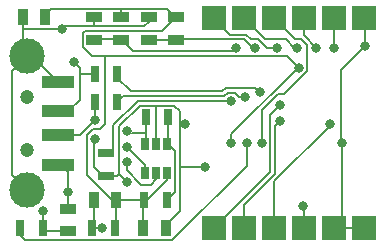
<source format=gbr>
%FSLAX43Y43*%
%MOMM*%
G71*
G01*
G75*
G04 Layer_Physical_Order=1*
G04 Layer_Color=255*
%ADD10R,2.700X1.000*%
%ADD11R,0.762X1.372*%
%ADD12R,0.650X1.100*%
%ADD13R,0.864X1.372*%
%ADD14R,1.372X0.762*%
%ADD15R,2.032X2.032*%
%ADD16R,1.372X0.864*%
%ADD17C,0.200*%
%ADD18C,1.200*%
%ADD19C,3.000*%
%ADD20C,0.800*%
D10*
X17300Y7000D02*
D03*
Y9500D02*
D03*
Y11500D02*
D03*
Y14000D02*
D03*
D11*
X24747Y11000D02*
D03*
X26653D02*
D03*
X26552Y4000D02*
D03*
X24647D02*
D03*
X20448Y14700D02*
D03*
X22353D02*
D03*
X20448Y12300D02*
D03*
X22353D02*
D03*
X16052Y1600D02*
D03*
X14148D02*
D03*
X20247D02*
D03*
X22153D02*
D03*
D12*
X26600Y8700D02*
D03*
X25650D02*
D03*
X24700D02*
D03*
Y6300D02*
D03*
X25650D02*
D03*
X26600D02*
D03*
D13*
X26452Y1600D02*
D03*
X24548D02*
D03*
X22253Y4000D02*
D03*
X20347D02*
D03*
X14347Y19500D02*
D03*
X16253D02*
D03*
D14*
X21400Y6048D02*
D03*
Y7952D02*
D03*
D15*
X43224Y1620D02*
D03*
X40684D02*
D03*
X38144D02*
D03*
X35604D02*
D03*
X33064D02*
D03*
X30524D02*
D03*
X43224Y19400D02*
D03*
X40684D02*
D03*
X38144D02*
D03*
X35604D02*
D03*
X33064D02*
D03*
X30524D02*
D03*
D16*
X18200Y1347D02*
D03*
Y3253D02*
D03*
X25000Y17548D02*
D03*
Y19452D02*
D03*
X20400Y17548D02*
D03*
Y19452D02*
D03*
X22700Y17548D02*
D03*
Y19452D02*
D03*
X27300Y17548D02*
D03*
Y19452D02*
D03*
D17*
X24548Y3648D02*
X26600Y5700D01*
X32000Y8800D02*
Y9566D01*
X33300Y6906D02*
Y8800D01*
X27009Y614D02*
X33300Y6906D01*
X32000Y9566D02*
X37634Y15200D01*
X37700D01*
X36000Y13000D02*
X36290D01*
X34600Y11600D02*
X36000Y13000D01*
X34600Y8800D02*
Y11600D01*
X35300Y11200D02*
X36100Y12000D01*
X35300Y6396D02*
Y11200D01*
X35700Y10300D02*
X36100Y10700D01*
X36290Y13000D02*
X36500D01*
X36290Y13000D02*
X36290Y13000D01*
X17300Y9500D02*
X19234D01*
X20500Y10766D01*
Y10800D01*
X21300Y16200D02*
X35610D01*
X20206D02*
X21300D01*
Y10400D02*
Y16200D01*
X20900Y10000D02*
X21300Y10400D01*
X20300Y10000D02*
X20900D01*
X19800Y9500D02*
X20300Y10000D01*
X19800Y6100D02*
Y9500D01*
Y6100D02*
X21900Y4000D01*
X22253D01*
X20500Y10800D02*
Y12248D01*
X20400Y6800D02*
Y9100D01*
X21153Y6048D02*
X21400D01*
X38400Y14900D02*
Y17100D01*
X37900Y17600D02*
X38400Y17100D01*
X37404Y17600D02*
X37900D01*
X35604Y19400D02*
X37404Y17600D01*
X36500Y13000D02*
X38400Y14900D01*
X36700Y16200D02*
X37700Y15200D01*
X35610Y16200D02*
X36700D01*
X35610Y16200D02*
X35610Y16200D01*
X32100Y16600D02*
X32400Y16900D01*
X23700Y16600D02*
X32100D01*
X22700Y17600D02*
X23700Y16600D01*
X19414Y16991D02*
X20206Y16200D01*
X19414Y16991D02*
Y18104D01*
X19631Y18321D01*
X20400Y18721D02*
Y19452D01*
Y18721D02*
X24621D01*
X17906D02*
X20400D01*
X17700Y18514D02*
X17906Y18721D01*
X14362Y18514D02*
X17700D01*
X19631Y18321D02*
X26168D01*
X27300Y19452D01*
X24621Y18721D02*
X25000Y19100D01*
X20400Y6800D02*
X21153Y6048D01*
X22000Y10309D02*
X24077Y12386D01*
X22000Y7952D02*
Y10309D01*
X14347Y16552D02*
Y19500D01*
X13400Y14900D02*
X14700Y16200D01*
X13400Y6100D02*
Y14900D01*
Y6100D02*
X14700Y4800D01*
X15100Y16200D02*
X17300Y14000D01*
X14700Y16200D02*
X15100D01*
X16253Y19500D02*
Y19721D01*
X16716Y20184D01*
X22700D01*
X18700Y15700D02*
X19200Y15200D01*
Y14700D02*
Y15200D01*
Y12500D02*
Y14700D01*
X20448D01*
X17300Y11500D02*
X18200D01*
X19200Y12500D01*
X20448Y14700D02*
Y15153D01*
X22353Y12300D02*
X22838Y12786D01*
X22353Y14347D02*
Y14700D01*
Y14347D02*
X23514Y13186D01*
X24077Y12386D02*
X32014D01*
X22500Y10244D02*
X24242Y11986D01*
X22500Y6200D02*
Y10244D01*
X24242Y11986D02*
X25650D01*
X17600Y7000D02*
X18200Y6400D01*
X13948Y1181D02*
X14514Y614D01*
X16105Y1347D02*
X18200D01*
X26653Y8752D02*
Y11000D01*
X27225Y4673D02*
Y8180D01*
X26552Y4000D02*
X27225Y4673D01*
X26653Y8752D02*
X27225Y8180D01*
X26600Y5700D02*
Y6300D01*
X24548Y1600D02*
Y3648D01*
X24747Y9700D02*
Y11000D01*
X23600Y9700D02*
X24747D01*
Y8748D02*
Y9700D01*
X25650Y5750D02*
Y6300D01*
X25200Y5300D02*
X25650Y5750D01*
X23200Y8500D02*
X24700Y7000D01*
Y6300D02*
Y7000D01*
X27158Y11986D02*
X27625Y11519D01*
X26452Y1852D02*
X27625Y3025D01*
X26452Y1600D02*
Y1852D01*
X28000Y10500D02*
X28100Y10400D01*
X27625D02*
X28100D01*
X25650Y8700D02*
Y11986D01*
X27158D01*
X23200Y6501D02*
X24401Y5300D01*
X23200Y6501D02*
Y7200D01*
X24401Y5300D02*
X25200D01*
X22500Y6200D02*
X23200Y5500D01*
X20347Y1700D02*
Y4000D01*
X22253Y1700D02*
Y4000D01*
X20247Y1600D02*
X21100D01*
X32690Y12700D02*
X33200D01*
X32304Y13086D02*
X32690Y12700D01*
X31724Y13086D02*
X32304D01*
X31424Y12786D02*
X31724Y13086D01*
X22838Y12786D02*
X31424D01*
X31259Y13186D02*
X31559Y13486D01*
X34014D02*
X34400Y13100D01*
X31559Y13486D02*
X34014D01*
X23514Y13186D02*
X31259D01*
X21400Y6048D02*
X22347D01*
X22500Y6200D01*
X14514Y614D02*
X27009D01*
X22253Y4000D02*
X24647D01*
X25000Y17548D02*
X27300D01*
X20400Y17600D02*
X22700D01*
X27300Y17548D02*
X27353Y17600D01*
X33100D01*
X33700Y17000D01*
X25000Y19100D02*
Y19452D01*
X26568Y20184D02*
X27300Y19452D01*
X22700Y19505D02*
Y20184D01*
X26568D01*
X30524Y19400D02*
X31924Y18000D01*
X33266D01*
X33666Y17600D01*
X34300D01*
X35000Y16900D01*
X35900D02*
X35900Y16900D01*
X35000Y16900D02*
X35900D01*
X33064Y19400D02*
X33066D01*
X34866Y17600D01*
X36600D01*
X37300Y16900D01*
X37600D01*
X40684Y17016D02*
Y19400D01*
Y17016D02*
X40700Y17000D01*
Y16900D02*
Y17000D01*
X43300D02*
Y19324D01*
X43224Y19400D02*
X43300Y19324D01*
X38144Y17956D02*
Y19400D01*
Y17956D02*
X39200Y16900D01*
Y16900D02*
Y16900D01*
X30524Y1620D02*
X35300Y6396D01*
X33064Y1620D02*
Y3594D01*
X35700Y6230D01*
Y10300D01*
X35604Y1620D02*
Y5569D01*
X38144Y1620D02*
Y3456D01*
X38100Y3500D02*
X38144Y3456D01*
X35604Y5569D02*
X40418Y10382D01*
X27625Y6800D02*
X29800D01*
X18200Y3253D02*
Y4700D01*
Y6400D01*
X16052Y1600D02*
Y3053D01*
X41413Y8850D02*
X41463Y8800D01*
X41300Y15000D02*
X43300Y17000D01*
X41300Y8963D02*
Y15000D01*
Y8963D02*
X41413Y8850D01*
Y1707D02*
Y8850D01*
X40684Y1620D02*
X43224D01*
X27625Y3025D02*
Y11519D01*
D18*
X14700Y8250D02*
D03*
Y12750D02*
D03*
D19*
Y4800D02*
D03*
Y16200D02*
D03*
D20*
X32000Y8800D02*
D03*
X37700Y15200D02*
D03*
X17700Y18514D02*
D03*
X20500Y9200D02*
D03*
X16100Y3100D02*
D03*
X18700Y15700D02*
D03*
X20500Y10800D02*
D03*
X23200Y9800D02*
D03*
Y8500D02*
D03*
Y7200D02*
D03*
X28100Y10400D02*
D03*
X23200Y5500D02*
D03*
X32014Y12386D02*
D03*
X21100Y1600D02*
D03*
X33200Y12700D02*
D03*
X34400Y13100D02*
D03*
X33300Y8800D02*
D03*
X32400Y16900D02*
D03*
X34000D02*
D03*
X35900Y16900D02*
D03*
X37600Y16900D02*
D03*
X40700D02*
D03*
X43300Y17000D02*
D03*
X39200Y16900D02*
D03*
X34600Y8800D02*
D03*
X36100Y12000D02*
D03*
Y10700D02*
D03*
X38100Y3500D02*
D03*
X40400Y10400D02*
D03*
X29800Y6800D02*
D03*
X18200Y4700D02*
D03*
X41413Y8850D02*
D03*
M02*

</source>
